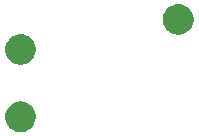
<source format=gbr>
G04 #@! TF.GenerationSoftware,KiCad,Pcbnew,5.1.4*
G04 #@! TF.CreationDate,2019-11-17T16:06:47-07:00*
G04 #@! TF.ProjectId,Prototype-PCB,50726f74-6f74-4797-9065-2d5043422e6b,rev?*
G04 #@! TF.SameCoordinates,Original*
G04 #@! TF.FileFunction,Soldermask,Bot*
G04 #@! TF.FilePolarity,Negative*
%FSLAX46Y46*%
G04 Gerber Fmt 4.6, Leading zero omitted, Abs format (unit mm)*
G04 Created by KiCad (PCBNEW 5.1.4) date 2019-11-17 16:06:47*
%MOMM*%
%LPD*%
G04 APERTURE LIST*
%ADD10C,0.100000*%
G04 APERTURE END LIST*
D10*
G36*
X95461836Y-104761179D02*
G01*
X95629338Y-104794497D01*
X95866009Y-104892530D01*
X96079008Y-105034851D01*
X96260149Y-105215992D01*
X96402470Y-105428991D01*
X96500503Y-105665662D01*
X96550480Y-105916915D01*
X96550480Y-106173085D01*
X96500503Y-106424338D01*
X96402470Y-106661009D01*
X96260149Y-106874008D01*
X96079008Y-107055149D01*
X95866009Y-107197470D01*
X95629338Y-107295503D01*
X95461836Y-107328821D01*
X95378086Y-107345480D01*
X95121914Y-107345480D01*
X95038164Y-107328821D01*
X94870662Y-107295503D01*
X94633991Y-107197470D01*
X94420992Y-107055149D01*
X94239851Y-106874008D01*
X94097530Y-106661009D01*
X93999497Y-106424338D01*
X93949520Y-106173085D01*
X93949520Y-105916915D01*
X93999497Y-105665662D01*
X94097530Y-105428991D01*
X94239851Y-105215992D01*
X94420992Y-105034851D01*
X94633991Y-104892530D01*
X94870662Y-104794497D01*
X95038164Y-104761179D01*
X95121914Y-104744520D01*
X95378086Y-104744520D01*
X95461836Y-104761179D01*
X95461836Y-104761179D01*
G37*
G36*
X95433301Y-99040503D02*
G01*
X95629338Y-99079497D01*
X95866009Y-99177530D01*
X96079008Y-99319851D01*
X96260149Y-99500992D01*
X96402470Y-99713991D01*
X96500503Y-99950662D01*
X96550480Y-100201915D01*
X96550480Y-100458085D01*
X96500503Y-100709338D01*
X96402470Y-100946009D01*
X96260149Y-101159008D01*
X96079008Y-101340149D01*
X95866009Y-101482470D01*
X95629338Y-101580503D01*
X95461836Y-101613821D01*
X95378086Y-101630480D01*
X95121914Y-101630480D01*
X95038164Y-101613821D01*
X94870662Y-101580503D01*
X94633991Y-101482470D01*
X94420992Y-101340149D01*
X94239851Y-101159008D01*
X94097530Y-100946009D01*
X93999497Y-100709338D01*
X93949520Y-100458085D01*
X93949520Y-100201915D01*
X93999497Y-99950662D01*
X94097530Y-99713991D01*
X94239851Y-99500992D01*
X94420992Y-99319851D01*
X94633991Y-99177530D01*
X94870662Y-99079497D01*
X95066699Y-99040503D01*
X95121914Y-99029520D01*
X95378086Y-99029520D01*
X95433301Y-99040503D01*
X95433301Y-99040503D01*
G37*
G36*
X108796836Y-96506179D02*
G01*
X108964338Y-96539497D01*
X109201009Y-96637530D01*
X109414008Y-96779851D01*
X109595149Y-96960992D01*
X109737470Y-97173991D01*
X109835503Y-97410662D01*
X109885480Y-97661915D01*
X109885480Y-97918085D01*
X109835503Y-98169338D01*
X109737470Y-98406009D01*
X109595149Y-98619008D01*
X109414008Y-98800149D01*
X109201009Y-98942470D01*
X108964338Y-99040503D01*
X108796836Y-99073821D01*
X108713086Y-99090480D01*
X108456914Y-99090480D01*
X108373164Y-99073821D01*
X108205662Y-99040503D01*
X107968991Y-98942470D01*
X107755992Y-98800149D01*
X107574851Y-98619008D01*
X107432530Y-98406009D01*
X107334497Y-98169338D01*
X107284520Y-97918085D01*
X107284520Y-97661915D01*
X107334497Y-97410662D01*
X107432530Y-97173991D01*
X107574851Y-96960992D01*
X107755992Y-96779851D01*
X107968991Y-96637530D01*
X108205662Y-96539497D01*
X108373164Y-96506179D01*
X108456914Y-96489520D01*
X108713086Y-96489520D01*
X108796836Y-96506179D01*
X108796836Y-96506179D01*
G37*
M02*

</source>
